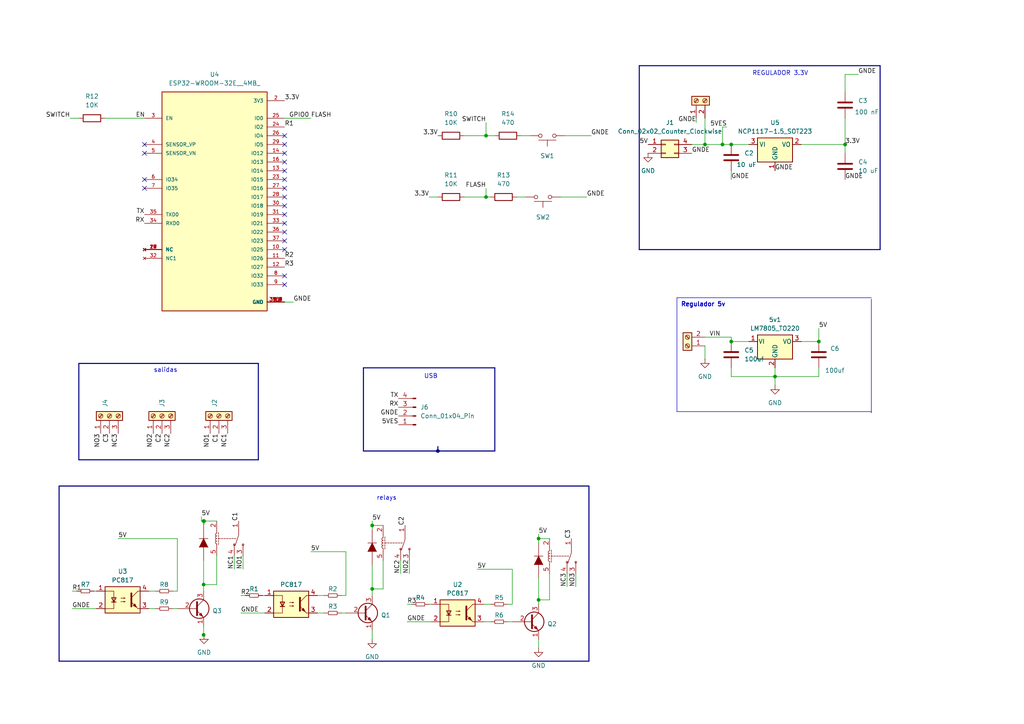
<source format=kicad_sch>
(kicad_sch (version 20231120) (generator "eeschema") (generator_version "8.0")
  (paper "A4")
  (lib_symbols
    (symbol "Connector:Conn_01x04_Pin" (pin_names (offset 1.016) hide)
      (property "Reference" "J" (at 0 5.08 0))
      (property "Value" "Conn_01x04_Pin" (at 0 -7.62 0))
      (symbol "Conn_01x04_Pin_1_1"
        (polyline (pts (xy 1.27 -5.08) (xy 0.8636 -5.08)) (stroke (width 0.1524)))
        (polyline (pts (xy 1.27 -2.54) (xy 0.8636 -2.54)) (stroke (width 0.1524)))
        (polyline (pts (xy 1.27 0) (xy 0.8636 0)) (stroke (width 0.1524)))
        (polyline (pts (xy 1.27 2.54) (xy 0.8636 2.54)) (stroke (width 0.1524)))
        (rectangle (start 0.8636 -4.953) (end 0 -5.207) (stroke (width 0.1524)) (fill (type outline)))
        (rectangle (start 0.8636 -2.413) (end 0 -2.667) (stroke (width 0.1524)) (fill (type outline)))
        (rectangle (start 0.8636 0.127) (end 0 -0.127) (stroke (width 0.1524)) (fill (type outline)))
        (rectangle (start 0.8636 2.667) (end 0 2.413) (stroke (width 0.1524)) (fill (type outline)))
        (pin passive line (at 5.08 2.54 180) (length 3.81) (name "Pin_1") (number "1"))
        (pin passive line (at 5.08 0 180) (length 3.81) (name "Pin_2") (number "2"))
        (pin passive line (at 5.08 -2.54 180) (length 3.81) (name "Pin_3") (number "3"))
        (pin passive line (at 5.08 -5.08 180) (length 3.81) (name "Pin_4") (number "4"))
      )
    )
    (symbol "Connector:Screw_Terminal_01x02" (pin_names (offset 1.016) hide)
      (property "Reference" "J" (at 0 2.54 0))
      (property "Value" "Screw_Terminal_01x02" (at 0 -5.08 0))
      (symbol "Screw_Terminal_01x02_1_1"
        (rectangle (start -1.27 1.27) (end 1.27 -3.81) (stroke (width 0.254)) (fill (type background)))
        (circle (center 0 -2.54) (radius 0.635) (stroke (width 0.1524)))
        (polyline (pts (xy -0.5334 -2.2098) (xy 0.3302 -3.048)) (stroke (width 0.1524)))
        (polyline (pts (xy -0.5334 0.3302) (xy 0.3302 -0.508)) (stroke (width 0.1524)))
        (polyline (pts (xy -0.3556 -2.032) (xy 0.508 -2.8702)) (stroke (width 0.1524)))
        (polyline (pts (xy -0.3556 0.508) (xy 0.508 -0.3302)) (stroke (width 0.1524)))
        (circle (center 0 0) (radius 0.635) (stroke (width 0.1524)))
        (pin passive line (at -5.08 0 0) (length 3.81) (name "Pin_1") (number "1"))
        (pin passive line (at -5.08 -2.54 0) (length 3.81) (name "Pin_2") (number "2"))
      )
    )
    (symbol "Connector:Screw_Terminal_01x03" (pin_names (offset 1.016) hide)
      (property "Reference" "J" (at 0 5.08 0))
      (property "Value" "Screw_Terminal_01x03" (at 0 -5.08 0))
      (symbol "Screw_Terminal_01x03_1_1"
        (rectangle (start -1.27 3.81) (end 1.27 -3.81) (stroke (width 0.254)) (fill (type background)))
        (circle (center 0 -2.54) (radius 0.635) (stroke (width 0.1524)))
        (polyline (pts (xy -0.5334 -2.2098) (xy 0.3302 -3.048)) (stroke (width 0.1524)))
        (polyline (pts (xy -0.5334 0.3302) (xy 0.3302 -0.508)) (stroke (width 0.1524)))
        (polyline (pts (xy -0.5334 2.8702) (xy 0.3302 2.032)) (stroke (width 0.1524)))
        (polyline (pts (xy -0.3556 -2.032) (xy 0.508 -2.8702)) (stroke (width 0.1524)))
        (polyline (pts (xy -0.3556 0.508) (xy 0.508 -0.3302)) (stroke (width 0.1524)))
        (polyline (pts (xy -0.3556 3.048) (xy 0.508 2.2098)) (stroke (width 0.1524)))
        (circle (center 0 0) (radius 0.635) (stroke (width 0.1524)))
        (circle (center 0 2.54) (radius 0.635) (stroke (width 0.1524)))
        (pin passive line (at -5.08 2.54 0) (length 3.81) (name "Pin_1") (number "1"))
        (pin passive line (at -5.08 0 0) (length 3.81) (name "Pin_2") (number "2"))
        (pin passive line (at -5.08 -2.54 0) (length 3.81) (name "Pin_3") (number "3"))
      )
    )
    (symbol "Connector_Generic:Conn_02x02_Counter_Clockwise" (pin_names (offset 1.016) hide)
      (property "Reference" "J" (at 1.27 2.54 0))
      (property "Value" "Conn_02x02_Counter_Clockwise" (at 1.27 -5.08 0))
      (symbol "Conn_02x02_Counter_Clockwise_1_1"
        (rectangle (start -1.27 -2.413) (end 0 -2.667) (stroke (width 0.1524)))
        (rectangle (start -1.27 0.127) (end 0 -0.127) (stroke (width 0.1524)))
        (rectangle (start -1.27 1.27) (end 3.81 -3.81) (stroke (width 0.254)) (fill (type background)))
        (rectangle (start 3.81 -2.413) (end 2.54 -2.667) (stroke (width 0.1524)))
        (rectangle (start 3.81 0.127) (end 2.54 -0.127) (stroke (width 0.1524)))
        (pin passive line (at -5.08 0 0) (length 3.81) (name "Pin_1") (number "1"))
        (pin passive line (at -5.08 -2.54 0) (length 3.81) (name "Pin_2") (number "2"))
        (pin passive line (at 7.62 -2.54 180) (length 3.81) (name "Pin_3") (number "3"))
        (pin passive line (at 7.62 0 180) (length 3.81) (name "Pin_4") (number "4"))
      )
    )
    (symbol "Device:C" (pin_numbers hide) (pin_names (offset 0.254))
      (property "Reference" "C" (at 0.635 2.54 0))
      (property "Value" "C" (at 0.635 -2.54 0))
      (symbol "C_0_1"
        (polyline (pts (xy -2.032 -0.762) (xy 2.032 -0.762)) (stroke (width 0.508)))
        (polyline (pts (xy -2.032 0.762) (xy 2.032 0.762)) (stroke (width 0.508)))
      )
      (symbol "C_1_1"
        (pin passive line (at 0 3.81 270) (length 2.794) (name "~") (number "1"))
        (pin passive line (at 0 -3.81 90) (length 2.794) (name "~") (number "2"))
      )
    )
    (symbol "Device:R" (pin_numbers hide) (pin_names (offset 0))
      (property "Reference" "R" (at 2.032 0 90))
      (property "Value" "R" (at 0 0 90))
      (symbol "R_0_1"
        (rectangle (start -1.016 -2.54) (end 1.016 2.54) (stroke (width 0.254)))
      )
      (symbol "R_1_1"
        (pin passive line (at 0 3.81 270) (length 1.27) (name "~") (number "1"))
        (pin passive line (at 0 -3.81 90) (length 1.27) (name "~") (number "2"))
      )
    )
    (symbol "EESTN5:DIODE" (pin_numbers hide) (pin_names (offset 1.016) hide)
      (property "Reference" "D" (at 0 2.54 0))
      (property "Value" "DIODE" (at 0 -2.54 0))
      (symbol "DIODE_0_1"
        (polyline (pts (xy 1.27 1.27) (xy 1.27 -1.27)) (stroke (width 0.1524)))
        (polyline (pts (xy -1.27 1.27) (xy 1.27 0) (xy -1.27 -1.27)) (fill (type outline)))
      )
      (symbol "DIODE_1_1"
        (pin passive line (at -5.08 0 0) (length 3.81) (name "A") (number "1"))
        (pin passive line (at 5.08 0 180) (length 3.81) (name "K") (number "2"))
      )
    )
    (symbol "EESTN5:R" (pin_numbers hide) (pin_names (offset 0))
      (property "Reference" "R" (at -1.27 0 90))
      (property "Value" "R" (at 1.27 0 90))
      (symbol "R_0_1"
        (rectangle (start 0.508 1.27) (end -0.508 -1.27))
      )
      (symbol "R_1_1"
        (pin passive line (at 0 2.54 270) (length 1.27) (name "~") (number "1"))
        (pin passive line (at 0 -2.54 90) (length 1.27) (name "~") (number "2"))
      )
    )
    (symbol "EESTN5:RELAY_C" (pin_names (offset 1.016))
      (property "Reference" "K" (at 0 6.35 0))
      (property "Value" "RELAY_C" (at 0 -5.969 0))
      (symbol "RELAY_C_0_1"
        (arc (start -0.762 3.81) (mid -1.143 4.1894) (end -1.524 3.81))
        (polyline (pts (xy -1.778 3.302) (xy -1.27 3.302) (xy -1.27 3.302)))
        (polyline (pts (xy -1.524 -2.54) (xy -2.54 -2.54) (xy -2.54 -2.54)))
        (polyline (pts (xy -1.524 3.81) (xy -2.54 3.81) (xy -2.54 3.81)))
        (polyline (pts (xy -1.016 3.302) (xy -0.508 3.302) (xy -0.508 3.302)))
        (polyline (pts (xy -0.254 3.302) (xy 0.254 3.302) (xy 0.254 3.302)))
        (polyline (pts (xy 0 -1.27) (xy 0 -1.778) (xy 0 -1.778)))
        (polyline (pts (xy 0 -0.508) (xy 0 -1.016) (xy 0 -1.016)))
        (polyline (pts (xy 0 0.254) (xy 0 -0.254) (xy 0 -0.254)))
        (polyline (pts (xy 0 1.016) (xy 0 0.508) (xy 0 0.508)))
        (polyline (pts (xy 0 1.778) (xy 0 1.27) (xy 0 1.27)))
        (polyline (pts (xy 0 2.54) (xy 0 2.032) (xy 0 2.032)))
        (polyline (pts (xy 0 3.302) (xy 0 2.794) (xy 0 2.794)))
        (polyline (pts (xy 0.508 3.302) (xy 1.016 3.302) (xy 1.016 3.302)))
        (polyline (pts (xy 1.27 3.302) (xy 1.778 3.302) (xy 1.778 3.302)))
        (polyline (pts (xy 1.524 3.81) (xy 2.54 3.81) (xy 2.54 3.81)))
        (polyline (pts (xy 2.54 -3.81) (xy 1.778 -3.81) (xy 1.778 -3.81)))
        (polyline (pts (xy 2.54 -1.27) (xy 1.778 -1.27) (xy 1.778 -1.27)))
        (polyline (pts (xy -1.524 -2.54) (xy -1.016 -2.54) (xy 2.032 -1.524) (xy 2.032 -1.524)))
        (arc (start 0 3.81) (mid -0.381 4.1894) (end -0.762 3.81))
        (arc (start 0.762 3.81) (mid 0.381 4.1894) (end 0 3.81))
        (arc (start 1.524 3.81) (mid 1.143 4.1894) (end 0.762 3.81))
        (circle (center 1.778 -3.81) (radius 0.254))
        (circle (center 1.778 -1.27) (radius 0.254))
      )
      (symbol "RELAY_C_1_1"
        (pin passive line (at -5.08 -2.54 0) (length 2.54) (name "~") (number "1"))
        (pin passive line (at -5.08 3.81 0) (length 2.54) (name "~") (number "2"))
        (pin passive line (at 5.08 -3.81 180) (length 2.54) (name "~") (number "3"))
        (pin passive line (at 5.08 -1.27 180) (length 2.54) (name "~") (number "4"))
        (pin passive line (at 5.08 3.81 180) (length 2.54) (name "~") (number "5"))
      )
    )
    (symbol "EESTN5:SW_Push" (pin_numbers hide) (pin_names (offset 1.016) hide)
      (property "Reference" "SW" (at 1.27 2.54 0))
      (symbol "SW_Push_0_1"
        (circle (center -2.032 0) (radius 0.508))
        (polyline (pts (xy 0 1.27) (xy 0 3.048)))
        (polyline (pts (xy 2.54 1.27) (xy -2.54 1.27)))
        (circle (center 2.032 0) (radius 0.508))
        (pin passive line (at -5.08 0 0) (length 2.54) (name "1") (number "1"))
        (pin passive line (at 5.08 0 180) (length 2.54) (name "2") (number "2"))
      )
    )
    (symbol "ESP32-WROOM-32E__4MB_:ESP32-WROOM-32E__4MB_" (pin_names (offset 1.016))
      (property "Reference" "U" (at -15.24 33.909 0))
      (property "Value" "ESP32-WROOM-32E__4MB_" (at -15.24 -33.02 0))
      (symbol "ESP32-WROOM-32E__4MB__0_0"
        (rectangle (start -15.24 -30.48) (end 15.24 33.02) (stroke (width 0.254)) (fill (type background)))
        (pin power_in line (at 20.32 -27.94 180) (length 5.08) (name "GND") (number "1"))
        (pin bidirectional line (at 20.32 -12.7 180) (length 5.08) (name "IO25") (number "10"))
        (pin bidirectional line (at 20.32 -15.24 180) (length 5.08) (name "IO26") (number "11"))
        (pin bidirectional line (at 20.32 -17.78 180) (length 5.08) (name "IO27") (number "12"))
        (pin bidirectional line (at 20.32 10.16 180) (length 5.08) (name "IO14") (number "13"))
        (pin bidirectional line (at 20.32 15.24 180) (length 5.08) (name "IO12") (number "14"))
        (pin power_in line (at 20.32 -27.94 180) (length 5.08) (name "GND") (number "15"))
        (pin bidirectional line (at 20.32 12.7 180) (length 5.08) (name "IO13") (number "16"))
        (pin no_connect line (at -20.32 -12.7 0) (length 5.08) (name "NC") (number "17"))
        (pin no_connect line (at -20.32 -12.7 0) (length 5.08) (name "NC") (number "18"))
        (pin no_connect line (at -20.32 -12.7 0) (length 5.08) (name "NC") (number "19"))
        (pin power_in line (at 20.32 30.48 180) (length 5.08) (name "3V3") (number "2"))
        (pin no_connect line (at -20.32 -12.7 0) (length 5.08) (name "NC") (number "20"))
        (pin no_connect line (at -20.32 -12.7 0) (length 5.08) (name "NC") (number "21"))
        (pin no_connect line (at -20.32 -12.7 0) (length 5.08) (name "NC") (number "22"))
        (pin bidirectional line (at 20.32 7.62 180) (length 5.08) (name "IO15") (number "23"))
        (pin bidirectional line (at 20.32 22.86 180) (length 5.08) (name "IO2") (number "24"))
        (pin bidirectional line (at 20.32 25.4 180) (length 5.08) (name "IO0") (number "25"))
        (pin bidirectional line (at 20.32 20.32 180) (length 5.08) (name "IO4") (number "26"))
        (pin bidirectional line (at 20.32 5.08 180) (length 5.08) (name "IO16") (number "27"))
        (pin bidirectional line (at 20.32 2.54 180) (length 5.08) (name "IO17") (number "28"))
        (pin bidirectional line (at 20.32 17.78 180) (length 5.08) (name "IO5") (number "29"))
        (pin input line (at -20.32 25.4 0) (length 5.08) (name "EN") (number "3"))
        (pin bidirectional line (at 20.32 0 180) (length 5.08) (name "IO18") (number "30"))
        (pin bidirectional line (at 20.32 -2.54 180) (length 5.08) (name "IO19") (number "31"))
        (pin no_connect line (at -20.32 -15.24 0) (length 5.08) (name "NC1") (number "32"))
        (pin bidirectional line (at 20.32 -5.08 180) (length 5.08) (name "IO21") (number "33"))
        (pin bidirectional line (at -20.32 -5.08 0) (length 5.08) (name "RXD0") (number "34"))
        (pin bidirectional line (at -20.32 -2.54 0) (length 5.08) (name "TXD0") (number "35"))
        (pin bidirectional line (at 20.32 -7.62 180) (length 5.08) (name "IO22") (number "36"))
        (pin bidirectional line (at 20.32 -10.16 180) (length 5.08) (name "IO23") (number "37"))
        (pin power_in line (at 20.32 -27.94 180) (length 5.08) (name "GND") (number "38"))
        (pin power_in line (at 20.32 -27.94 180) (length 5.08) (name "GND") (number "39_1"))
        (pin power_in line (at 20.32 -27.94 180) (length 5.08) (name "GND") (number "39_2"))
        (pin power_in line (at 20.32 -27.94 180) (length 5.08) (name "GND") (number "39_3"))
        (pin power_in line (at 20.32 -27.94 180) (length 5.08) (name "GND") (number "39_4"))
        (pin power_in line (at 20.32 -27.94 180) (length 5.08) (name "GND") (number "39_5"))
        (pin power_in line (at 20.32 -27.94 180) (length 5.08) (name "GND") (number "39_6"))
        (pin power_in line (at 20.32 -27.94 180) (length 5.08) (name "GND") (number "39_7"))
        (pin power_in line (at 20.32 -27.94 180) (length 5.08) (name "GND") (number "39_8"))
        (pin power_in line (at 20.32 -27.94 180) (length 5.08) (name "GND") (number "39_9"))
        (pin input line (at -20.32 17.78 0) (length 5.08) (name "SENSOR_VP") (number "4"))
        (pin input line (at -20.32 15.24 0) (length 5.08) (name "SENSOR_VN") (number "5"))
        (pin input line (at -20.32 7.62 0) (length 5.08) (name "IO34") (number "6"))
        (pin input line (at -20.32 5.08 0) (length 5.08) (name "IO35") (number "7"))
        (pin bidirectional line (at 20.32 -20.32 180) (length 5.08) (name "IO32") (number "8"))
        (pin bidirectional line (at 20.32 -22.86 180) (length 5.08) (name "IO33") (number "9"))
      )
    )
    (symbol "Isolator:PC817" (pin_names (offset 1.016))
      (property "Reference" "U" (at -5.08 5.08 0))
      (property "Value" "PC817" (at 0 5.08 0))
      (symbol "PC817_0_1"
        (rectangle (start -5.08 3.81) (end 5.08 -3.81) (stroke (width 0.254)) (fill (type background)))
        (polyline (pts (xy -3.175 -0.635) (xy -1.905 -0.635)) (stroke (width 0.254)))
        (polyline (pts (xy 2.54 0.635) (xy 4.445 2.54)))
        (polyline (pts (xy 4.445 -2.54) (xy 2.54 -0.635)) (fill (type outline)))
        (polyline (pts (xy 4.445 -2.54) (xy 5.08 -2.54)))
        (polyline (pts (xy 4.445 2.54) (xy 5.08 2.54)))
        (polyline (pts (xy -5.08 2.54) (xy -2.54 2.54) (xy -2.54 -0.635)))
        (polyline (pts (xy -2.54 -0.635) (xy -2.54 -2.54) (xy -5.08 -2.54)))
        (polyline (pts (xy 2.54 1.905) (xy 2.54 -1.905) (xy 2.54 -1.905)) (stroke (width 0.508)))
        (polyline (pts (xy -2.54 -0.635) (xy -3.175 0.635) (xy -1.905 0.635) (xy -2.54 -0.635)) (stroke (width 0.254)))
        (polyline (pts (xy -0.508 -0.508) (xy 0.762 -0.508) (xy 0.381 -0.635) (xy 0.381 -0.381) (xy 0.762 -0.508)))
        (polyline (pts (xy -0.508 0.508) (xy 0.762 0.508) (xy 0.381 0.381) (xy 0.381 0.635) (xy 0.762 0.508)))
        (polyline (pts (xy 3.048 -1.651) (xy 3.556 -1.143) (xy 4.064 -2.159) (xy 3.048 -1.651) (xy 3.048 -1.651)) (fill (type outline)))
      )
      (symbol "PC817_1_1"
        (pin passive line (at -7.62 2.54 0) (length 2.54) (name "~") (number "1"))
        (pin passive line (at -7.62 -2.54 0) (length 2.54) (name "~") (number "2"))
        (pin passive line (at 7.62 -2.54 180) (length 2.54) (name "~") (number "3"))
        (pin passive line (at 7.62 2.54 180) (length 2.54) (name "~") (number "4"))
      )
    )
    (symbol "Regulator_Linear:LM7805_TO220" (pin_names (offset 0.254))
      (property "Reference" "U" (at -3.81 3.175 0))
      (property "Value" "LM7805_TO220" (at 0 3.175 0))
      (symbol "LM7805_TO220_0_1"
        (rectangle (start -5.08 1.905) (end 5.08 -5.08) (stroke (width 0.254)) (fill (type background)))
      )
      (symbol "LM7805_TO220_1_1"
        (pin power_in line (at -7.62 0 0) (length 2.54) (name "VI") (number "1"))
        (pin power_in line (at 0 -7.62 90) (length 2.54) (name "GND") (number "2"))
        (pin power_out line (at 7.62 0 180) (length 2.54) (name "VO") (number "3"))
      )
    )
    (symbol "Regulator_Linear:NCP1117-1.5_SOT223"
      (property "Reference" "U" (at -3.81 3.175 0))
      (property "Value" "NCP1117-1.5_SOT223" (at 0 3.175 0))
      (symbol "NCP1117-1.5_SOT223_0_1"
        (rectangle (start -5.08 -5.08) (end 5.08 1.905) (stroke (width 0.254)) (fill (type background)))
      )
      (symbol "NCP1117-1.5_SOT223_1_1"
        (pin power_in line (at 0 -7.62 90) (length 2.54) (name "GND") (number "1"))
        (pin power_out line (at 7.62 0 180) (length 2.54) (name "VO") (number "2"))
        (pin power_in line (at -7.62 0 0) (length 2.54) (name "VI") (number "3"))
      )
    )
    (symbol "Transistor_BJT:2N3904" (pin_names (offset 0) hide)
      (property "Reference" "Q" (at 5.08 1.905 0))
      (property "Value" "2N3904" (at 5.08 0 0))
      (symbol "2N3904_0_1"
        (polyline (pts (xy 0.635 0.635) (xy 2.54 2.54)))
        (polyline (pts (xy 0.635 -0.635) (xy 2.54 -2.54) (xy 2.54 -2.54)))
        (polyline (pts (xy 0.635 1.905) (xy 0.635 -1.905) (xy 0.635 -1.905)) (stroke (width 0.508)))
        (polyline (pts (xy 1.27 -1.778) (xy 1.778 -1.27) (xy 2.286 -2.286) (xy 1.27 -1.778) (xy 1.27 -1.778)) (fill (type outline)))
        (circle (center 1.27 0) (radius 2.8194) (stroke (width 0.254)))
      )
      (symbol "2N3904_1_1"
        (pin passive line (at 2.54 -5.08 90) (length 2.54) (name "E") (number "1"))
        (pin passive line (at -5.08 0 0) (length 5.715) (name "B") (number "2"))
        (pin passive line (at 2.54 5.08 270) (length 2.54) (name "C") (number "3"))
      )
    )
    (symbol "power:GND" (power) (pin_numbers hide) (pin_names (offset 0) hide)
      (property "Value" "GND" (at 0 -3.81 0))
      (symbol "GND_0_1"
        (polyline (pts (xy 0 0) (xy 0 -1.27) (xy 1.27 -1.27) (xy 0 -2.54) (xy -1.27 -1.27) (xy 0 -1.27)))
      )
      (symbol "GND_1_1"
        (pin power_in line (at 0 0 270) (length 0) (name "~") (number "1"))
      )
    )
  )
  (junction (at 140.97 39.37))
  (junction (at 156.21 173.99))
  (junction (at 59.055 169.545))
  (junction (at 127 130.81))
  (junction (at 209.55 41.91))
  (junction (at 107.95 170.815))
  (junction (at 107.95 152.4))
  (junction (at 59.182 151.13))
  (junction (at 204.47 41.91))
  (junction (at 224.79 109.22))
  (junction (at 156.21 156.21))
  (junction (at 140.97 57.15))
  (junction (at 237.49 99.06))
  (junction (at 59.055 184.15))
  (junction (at 212.09 41.91))
  (junction (at 59.055 151.13))
  (junction (at 212.09 99.06))
  (junction (at 245.11 41.91))
  (no_connect (at 41.91 44.45))
  (no_connect (at 82.55 72.39))
  (no_connect (at 82.55 57.15))
  (no_connect (at 82.55 44.45))
  (no_connect (at 82.55 82.55))
  (no_connect (at 82.55 49.53))
  (no_connect (at 82.55 69.85))
  (no_connect (at 82.55 62.23))
  (no_connect (at 82.55 64.77))
  (no_connect (at 41.91 54.61))
  (no_connect (at 82.55 59.69))
  (no_connect (at 82.55 46.99))
  (no_connect (at 82.55 67.31))
  (no_connect (at 82.55 39.37))
  (no_connect (at 41.91 52.07))
  (no_connect (at 82.55 54.61))
  (no_connect (at 82.55 52.07))
  (no_connect (at 82.55 41.91))
  (no_connect (at 41.91 41.91))
  (no_connect (at 82.55 80.01))
  (wire (pts (xy 43.18 171.45) (xy 45.085 171.45)))
  (wire (pts (xy 70.485 165.1) (xy 70.485 161.29)))
  (wire (pts (xy 92.075 172.72) (xy 93.98 172.72)))
  (wire (pts (xy 107.95 170.815) (xy 107.95 172.72)))
  (bus (pts (xy 143.51 106.68) (xy 105.41 106.68)))
  (bus (pts (xy 185.42 19.05) (xy 185.42 72.39)))
  (wire (pts (xy 69.85 177.8) (xy 76.835 177.8)))
  (wire (pts (xy 99.06 177.8) (xy 100.33 177.8)))
  (wire (pts (xy 124.46 175.26) (xy 125.095 175.26)))
  (wire (pts (xy 59.055 162.56) (xy 59.055 169.545)))
  (wire (pts (xy 107.95 153.67) (xy 107.95 152.4)))
  (wire (pts (xy 147.32 175.26) (xy 148.59 175.26)))
  (wire (pts (xy 59.055 184.15) (xy 58.928 184.15)))
  (wire (pts (xy 163.83 39.37) (xy 171.45 39.37)))
  (wire (pts (xy 156.21 156.21) (xy 159.385 156.21)))
  (wire (pts (xy 224.79 109.22) (xy 237.49 109.22)))
  (wire (pts (xy 118.11 180.34) (xy 125.095 180.34)))
  (wire (pts (xy 59.182 151.13) (xy 59.182 152.146)))
  (wire (pts (xy 210.82 36.83) (xy 209.55 36.83)))
  (bus (pts (xy 74.93 105.41) (xy 22.86 105.41)))
  (bus (pts (xy 255.27 19.05) (xy 185.42 19.05)))
  (wire (pts (xy 107.95 152.4) (xy 111.125 152.4)))
  (bus (pts (xy 255.27 72.39) (xy 255.27 19.05)))
  (wire (pts (xy 107.95 182.88) (xy 107.95 185.42)))
  (wire (pts (xy 34.29 156.21) (xy 51.435 156.21)))
  (wire (pts (xy 118.745 166.37) (xy 118.745 162.56)))
  (wire (pts (xy 156.21 173.99) (xy 156.21 175.26)))
  (wire (pts (xy 85.09 87.63) (xy 82.55 87.63)))
  (wire (pts (xy 140.335 180.34) (xy 142.24 180.34)))
  (wire (pts (xy 212.09 97.79) (xy 212.09 99.06)))
  (wire (pts (xy 59.055 169.545) (xy 62.865 169.545)))
  (bus (pts (xy 185.42 72.39) (xy 255.27 72.39)))
  (wire (pts (xy 212.09 41.91) (xy 217.17 41.91)))
  (bus (pts (xy 170.815 140.97) (xy 170.815 191.77)))
  (wire (pts (xy 224.79 109.22) (xy 224.79 106.68)))
  (wire (pts (xy 82.55 34.29) (xy 90.17 34.29)))
  (wire (pts (xy 59.055 181.61) (xy 59.055 184.15)))
  (wire (pts (xy 148.59 165.1) (xy 148.59 175.26)))
  (wire (pts (xy 245.11 26.67) (xy 245.11 21.59)))
  (wire (pts (xy 156.21 185.42) (xy 156.21 187.96)))
  (wire (pts (xy 59.055 152.4) (xy 59.055 151.13)))
  (wire (pts (xy 59.055 169.545) (xy 59.055 171.45)))
  (bus (pts (xy 17.145 191.77) (xy 17.145 140.97)))
  (bus (pts (xy 105.41 106.68) (xy 105.41 130.81)))
  (wire (pts (xy 20.955 176.53) (xy 27.94 176.53)))
  (wire (pts (xy 159.385 173.99) (xy 159.385 166.37)))
  (wire (pts (xy 209.55 41.91) (xy 212.09 41.91)))
  (wire (pts (xy 245.11 21.59) (xy 248.92 21.59)))
  (wire (pts (xy 156.21 167.64) (xy 156.21 173.99)))
  (wire (pts (xy 58.42 149.86) (xy 58.42 151.13)))
  (wire (pts (xy 118.11 175.26) (xy 119.38 175.26)))
  (wire (pts (xy 90.17 160.02) (xy 100.33 160.02)))
  (bus (pts (xy 143.51 130.81) (xy 143.51 106.68)))
  (wire (pts (xy 59.182 151.13) (xy 62.865 151.13)))
  (wire (pts (xy 58.928 184.15) (xy 58.928 183.896)))
  (wire (pts (xy 204.47 97.79) (xy 212.09 97.79)))
  (wire (pts (xy 138.43 165.1) (xy 148.59 165.1)))
  (wire (pts (xy 50.165 176.53) (xy 51.435 176.53)))
  (wire (pts (xy 147.32 180.34) (xy 148.59 180.34)))
  (wire (pts (xy 164.465 170.18) (xy 164.465 166.37)))
  (wire (pts (xy 237.49 95.25) (xy 237.49 99.06)))
  (wire (pts (xy 237.49 106.68) (xy 237.49 109.22)))
  (wire (pts (xy 107.95 170.815) (xy 111.125 170.815)))
  (wire (pts (xy 156.21 157.48) (xy 156.21 156.21)))
  (wire (pts (xy 201.93 35.56) (xy 201.93 34.29)))
  (bus (pts (xy 170.815 191.77) (xy 17.145 191.77)))
  (wire (pts (xy 99.06 172.72) (xy 100.33 172.72)))
  (wire (pts (xy 212.09 99.06) (xy 217.17 99.06)))
  (bus (pts (xy 105.41 130.81) (xy 127 130.81)))
  (wire (pts (xy 204.47 104.14) (xy 204.47 100.33)))
  (wire (pts (xy 224.79 109.22) (xy 224.79 111.76)))
  (wire (pts (xy 124.46 57.15) (xy 127 57.15)))
  (bus (pts (xy 127 130.81) (xy 143.51 130.81)))
  (wire (pts (xy 59.055 151.13) (xy 59.182 151.13)))
  (bus (pts (xy 127 130.81) (xy 127 129.54)))
  (wire (pts (xy 151.13 39.37) (xy 153.67 39.37)))
  (bus (pts (xy 17.145 140.97) (xy 170.815 140.97)))
  (wire (pts (xy 167.005 170.18) (xy 167.005 166.37)))
  (wire (pts (xy 232.41 99.06) (xy 237.49 99.06)))
  (wire (pts (xy 140.97 54.61) (xy 140.97 57.15)))
  (wire (pts (xy 76.2 172.72) (xy 76.835 172.72)))
  (wire (pts (xy 58.928 183.896) (xy 59.182 183.896)))
  (bus (pts (xy 74.93 133.35) (xy 74.93 105.41)))
  (wire (pts (xy 204.47 41.91) (xy 209.55 41.91)))
  (wire (pts (xy 212.09 109.22) (xy 224.79 109.22)))
  (wire (pts (xy 100.33 160.02) (xy 100.33 172.72)))
  (wire (pts (xy 111.125 170.815) (xy 111.125 162.56)))
  (wire (pts (xy 67.945 165.1) (xy 67.945 161.29)))
  (wire (pts (xy 212.09 52.07) (xy 212.09 49.53)))
  (wire (pts (xy 107.95 163.83) (xy 107.95 170.815)))
  (wire (pts (xy 59.182 184.15) (xy 59.055 184.15)))
  (wire (pts (xy 232.41 41.91) (xy 245.11 41.91)))
  (wire (pts (xy 20.32 34.29) (xy 22.86 34.29)))
  (wire (pts (xy 62.865 169.545) (xy 62.865 161.29)))
  (bus (pts (xy 22.86 133.35) (xy 74.93 133.35)))
  (polyline (pts (xy 196.342 86.36) (xy 252.73 86.36)))
  (wire (pts (xy 107.95 151.13) (xy 107.95 152.4)))
  (wire (pts (xy 156.21 173.99) (xy 159.385 173.99)))
  (wire (pts (xy 245.11 41.91) (xy 245.11 44.45)))
  (wire (pts (xy 116.205 166.37) (xy 116.205 162.56)))
  (wire (pts (xy 140.97 39.37) (xy 143.51 39.37)))
  (wire (pts (xy 245.11 41.91) (xy 245.11 34.29)))
  (wire (pts (xy 162.56 57.15) (xy 170.18 57.15)))
  (wire (pts (xy 92.075 177.8) (xy 93.98 177.8)))
  (wire (pts (xy 204.47 34.29) (xy 204.47 41.91)))
  (wire (pts (xy 200.66 41.91) (xy 204.47 41.91)))
  (wire (pts (xy 58.42 151.13) (xy 59.055 151.13)))
  (wire (pts (xy 69.85 172.72) (xy 71.12 172.72)))
  (wire (pts (xy 134.62 39.37) (xy 140.97 39.37)))
  (wire (pts (xy 51.435 156.21) (xy 51.435 171.45)))
  (wire (pts (xy 43.18 176.53) (xy 45.085 176.53)))
  (wire (pts (xy 140.97 35.56) (xy 140.97 39.37)))
  (wire (pts (xy 30.48 34.29) (xy 41.91 34.29)))
  (wire (pts (xy 20.955 171.45) (xy 22.225 171.45)))
  (wire (pts (xy 134.62 57.15) (xy 140.97 57.15)))
  (polyline (pts (xy 252.73 119.38) (xy 196.342 119.38)))
  (wire (pts (xy 149.86 57.15) (xy 152.4 57.15)))
  (wire (pts (xy 27.305 171.45) (xy 27.94 171.45)))
  (polyline (pts (xy 196.342 86.36) (xy 196.342 119.38)))
  (wire (pts (xy 156.21 154.94) (xy 156.21 156.21)))
  (wire (pts (xy 212.09 106.68) (xy 212.09 109.22)))
  (polyline (pts (xy 252.73 86.741) (xy 252.73 119.761)))
  (wire (pts (xy 140.97 57.15) (xy 142.24 57.15)))
  (wire (pts (xy 209.55 36.83) (xy 209.55 41.91)))
  (bus (pts (xy 22.86 105.41) (xy 22.86 133.35)))
  (wire (pts (xy 140.335 175.26) (xy 142.24 175.26)))
  (wire (pts (xy 50.165 171.45) (xy 51.435 171.45)))
  (text "salidas \n" (at 48.514 107.442 0) (effects (font (size 1.27 1.27))))
  (text "USB\n" (at 124.968 109.22 0) (effects (font (size 1.27 1.27))))
  (text "Regulador 5v\n" (at 203.962 88.392 0) (effects (font (size 1.27 1.27) (thickness 0.254) (bold yes))))
  (text "REGULADOR 3.3V\n" (at 226.314 21.336 0) (effects (font (size 1.27 1.27))))
  (text "relays\n" (at 112.141 144.526 0) (effects (font (size 1.27 1.27))))
  (label "GNDE" (at 171.45 39.37 0))
  (label "NO3" (at 29.21 125.73 270))
  (label "GNDE" (at 201.93 35.56 180))
  (label "EN" (at 39.37 34.29 0))
  (label "C1" (at 69.215 151.13 90))
  (label "C2" (at 46.99 125.73 270))
  (label "FLASH" (at 90.17 34.29 0))
  (label "NO1" (at 70.485 165.1 90))
  (label "SWITCH" (at 140.97 35.56 180))
  (label "5V" (at 156.21 154.94 0))
  (label "5V" (at 58.42 149.86 0))
  (label "R1" (at 20.955 171.45 0))
  (label "GNDE" (at 200.66 44.45 0))
  (label "R1" (at 82.55 36.83 0))
  (label "C2" (at 117.475 152.4 90))
  (label "NC3" (at 34.29 125.73 270))
  (label "5V" (at 187.96 41.91 180))
  (label "SWITCH" (at 20.32 34.29 180))
  (label "R3" (at 82.55 77.47 0))
  (label "R3" (at 118.11 175.26 0))
  (label "GNDE" (at 69.85 177.8 0))
  (label "3.3V" (at 245.11 41.91 0))
  (label "C3" (at 31.75 125.73 270))
  (label "R2" (at 82.55 74.93 0))
  (label "3.3V" (at 124.46 57.15 180))
  (label "NC3" (at 164.465 170.18 90))
  (label "NO2" (at 44.45 125.73 270))
  (label "GNDE" (at 115.57 120.65 180))
  (label "NO3" (at 167.005 170.18 90))
  (label "5VES" (at 115.57 123.19 180))
  (label "FLASH" (at 140.97 54.61 180))
  (label "GNDE" (at 20.955 176.53 0))
  (label "RX" (at 115.57 118.11 180))
  (label "TX" (at 41.91 62.23 180))
  (label "R2" (at 69.85 172.72 0))
  (label "GNDE" (at 118.11 180.34 0))
  (label "C1" (at 63.5 125.73 270))
  (label "VIN" (at 205.74 97.79 0))
  (label "5VES" (at 210.82 36.83 180))
  (label "GNDE" (at 170.18 57.15 0))
  (label "GNDE" (at 212.09 52.07 0))
  (label "NO1" (at 60.96 125.73 270))
  (label "GNDE" (at 85.09 87.63 0))
  (label "3.3V" (at 82.55 29.21 0))
  (label "GNDE" (at 245.11 52.07 0))
  (label "NC1" (at 67.945 165.1 90))
  (label "NC2" (at 49.53 125.73 270))
  (label "GPIO0" (at 83.82 34.29 0))
  (label "5V" (at 107.95 151.13 0))
  (label "NO2" (at 118.745 166.37 90))
  (label "3.3V" (at 127 39.37 180))
  (label "NC2" (at 116.205 166.37 90))
  (label "5V" (at 138.43 165.1 0))
  (label "NC1" (at 66.04 125.73 270))
  (label "C3" (at 165.735 156.21 90))
  (label "GNDE" (at 224.79 49.53 0))
  (label "5V" (at 90.17 160.02 0))
  (label "5V" (at 237.49 95.25 0))
  (label "5V" (at 34.29 156.21 0))
  (label "GNDE" (at 248.92 21.59 0))
  (label "RX" (at 41.91 64.77 180))
  (label "TX" (at 115.57 115.57 180))
  (symbol (lib_id "EESTN5:R") (at 144.78 180.34 90) (unit 1)
    (property "Reference" "R6" (at 144.78 178.435 90))
    (property "Value" "R" (effects (hide yes)))
    (property "Footprint" "EESTN5:R_0805" (effects (hide yes)))
  )
  (symbol (lib_id "EESTN5:DIODE") (at 59.055 157.48 90) (unit 1)
    (property "Reference" "D3" (effects (hide yes)))
    (property "Value" "DIODE" (effects (hide yes)))
    (property "Footprint" "Diode_SMD:D_SMA" (effects (hide yes)))
  )
  (symbol (lib_id "ESP32-WROOM-32E__4MB_:ESP32-WROOM-32E__4MB_") (at 62.23 59.69 0) (unit 1)
    (property "Reference" "U4" (at 62.23 21.59 0))
    (property "Value" "ESP32-WROOM-32E__4MB_" (at 62.23 24.13 0))
    (property "Footprint" "RF_Module:ESP32-WROOM-32E" (effects (hide yes)))
    (property "Description" "Espressif Systems" (effects (hide yes)))
    (property "MAXIMUM_PACKAGE_HEIGHT" "3.25mm" (effects (hide yes)))
    (property "Package" "SMD-44 Espressif Systems" (effects (hide yes)))
    (property "Price" "None" (effects (hide yes)))
    (property "Check_prices" "https://www.snapeda.com/parts/ESP32-WROOM-32E%20(4MB)/Espressif+Systems/view-part/?ref=eda" (effects (hide yes)))
    (property "STANDARD" "Manufacturer Recommendations" (effects (hide yes)))
    (property "PARTREV" "1.4" (effects (hide yes)))
    (property "SnapEDA_Link" "https://www.snapeda.com/parts/ESP32-WROOM-32E%20(4MB)/Espressif+Systems/view-part/?ref=snap" (effects (hide yes)))
    (property "MP" "ESP32-WROOM-32E (4MB)" (effects (hide yes)))
    (property "Description_1" "\\nBluetooth, WiFi 802.11b/g/n, Bluetooth v4.2 +EDR, Class 1, 2 and 3 Transceiver Module 2.4GHz ~{} 2.5GHz Integrated, Trace Surface Mount\\n" (effects (hide yes)))
    (property "Availability" "In Stock" (effects (hide yes)))
    (property "MANUFACTURER" "Espressif Systems" (effects (hide yes)))
  )
  (symbol (lib_id "Connector:Screw_Terminal_01x03") (at 31.75 120.65 90) (unit 1)
    (property "Reference" "J4" (at 30.4799 118.11 0) (effects (justify left)))
    (property "Value" "Screw_Terminal_01x03" (effects (hide yes)))
    (property "Footprint" "TerminalBlock:TerminalBlock_bornier-3_P5.08mm" (effects (hide yes)))
    (property "Description" "Generic screw terminal, single row, 01x03, script generated (kicad-library-utils/schlib/autogen/connector/)" (effects (hide yes)))
  )
  (symbol (lib_id "EESTN5:SW_Push") (at 158.75 39.37 180) (unit 1)
    (property "Reference" "SW1" (at 158.75 45.212 0))
    (property "Value" "SW_Push" (effects (hide yes)))
    (property "Footprint" "Button_Switch_SMD:SW_SPST_B3U-1000P-B" (effects (hide yes)))
    (property "Description" "Push button switch, generic, two pins" (effects (hide yes)))
  )
  (symbol (lib_id "Device:R") (at 130.81 57.15 90) (unit 1)
    (property "Reference" "R11" (at 130.81 50.8 90))
    (property "Value" "10K" (at 130.81 53.34 90))
    (property "Footprint" "Resistor_SMD:R_0805_2012Metric_Pad1.20x1.40mm_HandSolder" (effects (hide yes)))
    (property "Description" "Resistor" (effects (hide yes)))
  )
  (symbol (lib_id "Device:C") (at 245.11 30.48 0) (unit 1)
    (property "Reference" "C3" (at 248.92 29.2099 0) (effects (justify left)))
    (property "Value" "100 nF" (at 247.904 32.512 0) (effects (justify left)))
    (property "Footprint" "Capacitor_SMD:C_0805_2012Metric_Pad1.18x1.45mm_HandSolder" (effects (hide yes)))
    (property "Description" "Unpolarized capacitor" (effects (hide yes)))
  )
  (symbol (lib_id "EESTN5:DIODE") (at 107.95 158.75 90) (unit 1)
    (property "Reference" "D1" (effects (hide yes)))
    (property "Value" "DIODE" (effects (hide yes)))
    (property "Footprint" "Diode_SMD:D_SMA" (effects (hide yes)))
  )
  (symbol (lib_id "Transistor_BJT:2N3904") (at 105.41 177.8 0) (unit 1)
    (property "Reference" "Q1" (at 110.49 178.435 0) (effects (justify left)))
    (property "Value" "2N3904" (effects (hide yes)))
    (property "Footprint" "MMBT3904-Diotec-Semiconductor-Symbol-Kicad-1:P200_SOT-23" (effects (hide yes)))
    (property "Datasheet" "https://www.onsemi.com/pub/Collateral/2N3903-D.PDF" (effects (hide yes)))
  )
  (symbol (lib_id "EESTN5:R") (at 47.625 171.45 90) (unit 1)
    (property "Reference" "R8" (at 47.625 169.545 90))
    (property "Value" "R" (effects (hide yes)))
    (property "Footprint" "EESTN5:R_0805" (effects (hide yes)))
  )
  (symbol (lib_id "power:GND") (at 204.47 104.14 0) (unit 1)
    (property "Reference" "#PWR018" (effects (hide yes)))
    (property "Value" "GND" (at 204.47 109.22 0))
    (property "Description" "Power symbol creates a global label with name \"GND\" , ground" (effects (hide yes)))
  )
  (symbol (lib_id "EESTN5:R") (at 121.92 175.26 90) (unit 1)
    (property "Reference" "R4" (at 121.92 173.355 90))
    (property "Value" "R" (effects (hide yes)))
    (property "Footprint" "EESTN5:R_0805" (effects (hide yes)))
  )
  (symbol (lib_id "Connector:Conn_01x04_Pin") (at 120.65 120.65 180) (unit 1)
    (property "Reference" "J6" (at 121.92 118.1099 0) (effects (justify right)))
    (property "Value" "Conn_01x04_Pin" (at 121.92 120.6499 0) (effects (justify right)))
    (property "Footprint" "Connector_PinSocket_2.54mm:PinSocket_1x04_P2.54mm_Vertical" (effects (hide yes)))
    (property "Description" "Generic connector, single row, 01x04, script generated" (effects (hide yes)))
  )
  (symbol (lib_id "Device:R") (at 147.32 39.37 90) (unit 1)
    (property "Reference" "R14" (at 147.32 33.02 90))
    (property "Value" "470" (at 147.32 35.56 90))
    (property "Footprint" "Resistor_SMD:R_0805_2012Metric_Pad1.20x1.40mm_HandSolder" (effects (hide yes)))
    (property "Description" "Resistor" (effects (hide yes)))
  )
  (symbol (lib_id "Regulator_Linear:NCP1117-1.5_SOT223") (at 224.79 41.91 0) (unit 1)
    (property "Reference" "U5" (at 224.79 35.56 0))
    (property "Value" "NCP1117-1.5_SOT223" (at 224.79 38.1 0))
    (property "Footprint" "Package_TO_SOT_SMD:SOT-223-3_TabPin2" (effects (hide yes)))
    (property "Datasheet" "http://www.onsemi.com/pub_link/Collateral/NCP1117-D.PDF" (effects (hide yes)))
    (property "Description" "1A Low drop-out regulator, Fixed Output 1.5V, SOT-223" (effects (hide yes)))
  )
  (symbol (lib_id "EESTN5:RELAY_C") (at 163.195 161.29 90) (mirror x) (unit 1)
    (property "Reference" "K2" (effects (hide yes)))
    (property "Value" "RELAY_C" (effects (hide yes)))
    (property "Footprint" "EESTN5:Relay_C" (effects (hide yes)))
  )
  (symbol (lib_id "power:GND") (at 187.96 44.45 0) (unit 1)
    (property "Reference" "#PWR01" (effects (hide yes)))
    (property "Value" "GND" (at 187.96 49.53 0))
    (property "Description" "Power symbol creates a global label with name \"GND\" , ground" (effects (hide yes)))
  )
  (symbol (lib_id "power:GND") (at 59.182 184.15 0) (unit 1)
    (property "Reference" "#PWR03" (effects (hide yes)))
    (property "Value" "GND" (at 59.182 189.23 0))
    (property "Description" "Power symbol creates a global label with name \"GND\" , ground" (effects (hide yes)))
  )
  (symbol (lib_id "power:GND") (at 224.79 111.76 0) (unit 1)
    (property "Reference" "#PWR019" (effects (hide yes)))
    (property "Value" "GND" (at 224.79 116.84 0))
    (property "Description" "Power symbol creates a global label with name \"GND\" , ground" (effects (hide yes)))
  )
  (symbol (lib_id "Regulator_Linear:LM7805_TO220") (at 224.79 99.06 0) (unit 1)
    (property "Reference" "5v1" (at 224.79 92.71 0))
    (property "Value" "LM7805_TO220" (at 224.79 95.25 0))
    (property "Footprint" "EESTN5:TO-220-2" (effects (hide yes)))
    (property "Datasheet" "https://www.onsemi.cn/PowerSolutions/document/MC7800-D.PDF" (effects (hide yes)))
    (property "Description" "Positive 1A 35V Linear Regulator, Fixed Output 5V, TO-220" (effects (hide yes)))
  )
  (symbol (lib_id "Transistor_BJT:2N3904") (at 56.515 176.53 0) (unit 1)
    (property "Reference" "Q3" (at 61.595 177.165 0) (effects (justify left)))
    (property "Value" "2N3904" (effects (hide yes)))
    (property "Footprint" "MMBT3904-Diotec-Semiconductor-Symbol-Kicad-1:P200_SOT-23" (effects (hide yes)))
    (property "Datasheet" "https://www.onsemi.com/pub/Collateral/2N3903-D.PDF" (effects (hide yes)))
  )
  (symbol (lib_id "Device:R") (at 130.81 39.37 90) (unit 1)
    (property "Reference" "R10" (at 130.81 33.02 90))
    (property "Value" "10K" (at 130.81 35.56 90))
    (property "Footprint" "Resistor_SMD:R_0805_2012Metric_Pad1.20x1.40mm_HandSolder" (effects (hide yes)))
    (property "Description" "Resistor" (effects (hide yes)))
  )
  (symbol (lib_id "Connector:Screw_Terminal_01x02") (at 201.93 29.21 90) (unit 1)
    (property "Reference" "bornera2" (effects (hide yes)))
    (property "Value" "bornera" (effects (hide yes)))
    (property "Footprint" "TerminalBlock:TerminalBlock_bornier-2_P5.08mm" (effects (hide yes)))
    (property "Description" "Generic screw terminal, single row, 01x02, script generated (kicad-library-utils/schlib/autogen/connector/)" (effects (hide yes)))
  )
  (symbol (lib_id "EESTN5:R") (at 24.765 171.45 90) (unit 1)
    (property "Reference" "R7" (at 24.765 169.545 90))
    (property "Value" "1k" (effects (hide yes)))
    (property "Footprint" "EESTN5:R_0805" (effects (hide yes)))
  )
  (symbol (lib_id "EESTN5:RELAY_C") (at 66.675 156.21 90) (mirror x) (unit 1)
    (property "Reference" "K3" (effects (hide yes)))
    (property "Value" "RELAY_C" (effects (hide yes)))
    (property "Footprint" "EESTN5:Relay_C" (effects (hide yes)))
  )
  (symbol (lib_id "EESTN5:R") (at 96.52 177.8 90) (unit 1)
    (property "Reference" "R3" (at 96.52 175.895 90))
    (property "Value" "R" (effects (hide yes)))
    (property "Footprint" "EESTN5:R_0805" (effects (hide yes)))
  )
  (symbol (lib_id "EESTN5:R") (at 144.78 175.26 90) (unit 1)
    (property "Reference" "R5" (at 144.78 173.355 90))
    (property "Value" "R" (effects (hide yes)))
    (property "Footprint" "EESTN5:R_0805" (effects (hide yes)))
  )
  (symbol (lib_id "Connector:Screw_Terminal_01x03") (at 63.5 120.65 90) (unit 1)
    (property "Reference" "J2" (at 62.2299 118.11 0) (effects (justify left)))
    (property "Value" "Screw_Terminal_01x03" (effects (hide yes)))
    (property "Footprint" "TerminalBlock:TerminalBlock_bornier-3_P5.08mm" (effects (hide yes)))
    (property "Description" "Generic screw terminal, single row, 01x03, script generated (kicad-library-utils/schlib/autogen/connector/)" (effects (hide yes)))
  )
  (symbol (lib_id "EESTN5:R") (at 73.66 172.72 90) (unit 1)
    (property "Reference" "R1" (at 73.66 170.815 90))
    (property "Value" "R" (effects (hide yes)))
    (property "Footprint" "EESTN5:R_0805" (effects (hide yes)))
  )
  (symbol (lib_id "power:GND") (at 107.95 185.42 0) (unit 1)
    (property "Reference" "#PWR04" (effects (hide yes)))
    (property "Value" "GND" (at 107.95 190.5 0))
    (property "Description" "Power symbol creates a global label with name \"GND\" , ground" (effects (hide yes)))
  )
  (symbol (lib_id "Device:R") (at 146.05 57.15 90) (unit 1)
    (property "Reference" "R13" (at 146.05 50.8 90))
    (property "Value" "470" (at 146.05 53.34 90))
    (property "Footprint" "Resistor_SMD:R_0805_2012Metric_Pad1.20x1.40mm_HandSolder" (effects (hide yes)))
    (property "Description" "Resistor" (effects (hide yes)))
  )
  (symbol (lib_id "Transistor_BJT:2N3904") (at 153.67 180.34 0) (unit 1)
    (property "Reference" "Q2" (at 158.75 180.975 0) (effects (justify left)))
    (property "Value" "2N3904" (effects (hide yes)))
    (property "Footprint" "MMBT3904-Diotec-Semiconductor-Symbol-Kicad-1:P200_SOT-23" (effects (hide yes)))
    (property "Datasheet" "https://www.onsemi.com/pub/Collateral/2N3903-D.PDF" (effects (hide yes)))
  )
  (symbol (lib_id "Isolator:PC817") (at 35.56 173.99 0) (unit 1)
    (property "Reference" "U3" (at 35.56 165.735 0))
    (property "Value" "PC817" (at 35.56 168.275 0))
    (property "Footprint" "Package_DIP:DIP-4_W7.62mm" (effects (hide yes)))
    (property "Datasheet" "http://www.soselectronic.cz/a_info/resource/d/pc817.pdf" (effects (hide yes)))
  )
  (symbol (lib_id "Connector:Screw_Terminal_01x03") (at 46.99 120.65 90) (unit 1)
    (property "Reference" "J3" (at 46.9899 118.11 0) (effects (justify left)))
    (property "Value" "Screw_Terminal_01x03" (effects (hide yes)))
    (property "Footprint" "TerminalBlock:TerminalBlock_bornier-3_P5.08mm" (effects (hide yes)))
    (property "Description" "Generic screw terminal, single row, 01x03, script generated (kicad-library-utils/schlib/autogen/connector/)" (effects (hide yes)))
  )
  (symbol (lib_id "Device:C") (at 237.49 102.87 0) (unit 1)
    (property "Reference" "C6" (at 240.792 101.092 0) (effects (justify left)))
    (property "Value" "100uf" (at 239.268 107.442 0) (effects (justify left)))
    (property "Footprint" "Capacitor_THT:CP_Radial_D8.0mm_P3.80mm" (effects (hide yes)))
    (property "Description" "Unpolarized capacitor" (effects (hide yes)))
  )
  (symbol (lib_id "EESTN5:R") (at 47.625 176.53 90) (unit 1)
    (property "Reference" "R9" (at 47.625 174.625 90))
    (property "Value" "R" (effects (hide yes)))
    (property "Footprint" "EESTN5:R_0805" (effects (hide yes)))
  )
  (symbol (lib_id "EESTN5:DIODE") (at 156.21 162.56 90) (unit 1)
    (property "Reference" "D2" (effects (hide yes)))
    (property "Value" "DIODE" (effects (hide yes)))
    (property "Footprint" "Diode_SMD:D_SMA" (effects (hide yes)))
  )
  (symbol (lib_id "Device:C") (at 212.09 102.87 0) (unit 1)
    (property "Reference" "C5" (at 215.9 101.5999 0) (effects (justify left)))
    (property "Value" "100uf" (at 215.9 104.1399 0) (effects (justify left)))
    (property "Footprint" "Capacitor_THT:CP_Radial_D8.0mm_P3.80mm" (effects (hide yes)))
    (property "Description" "Unpolarized capacitor" (effects (hide yes)))
  )
  (symbol (lib_id "EESTN5:SW_Push") (at 157.48 57.15 180) (unit 1)
    (property "Reference" "SW2" (at 157.48 62.992 0))
    (property "Value" "SW_Push" (effects (hide yes)))
    (property "Footprint" "Button_Switch_SMD:SW_SPST_B3U-1000P-B" (effects (hide yes)))
    (property "Description" "Push button switch, generic, two pins" (effects (hide yes)))
  )
  (symbol (lib_id "power:GND") (at 156.21 187.96 0) (unit 1)
    (property "Reference" "#PWR05" (effects (hide yes)))
    (property "Value" "GND" (at 156.21 193.04 0))
    (property "Description" "Power symbol creates a global label with name \"GND\" , ground" (effects (hide yes)))
  )
  (symbol (lib_id "EESTN5:RELAY_C") (at 114.935 157.48 90) (mirror x) (unit 1)
    (property "Reference" "K1" (effects (hide yes)))
    (property "Value" "RELAY_C" (effects (hide yes)))
    (property "Footprint" "EESTN5:Relay_C" (effects (hide yes)))
  )
  (symbol (lib_id "Device:C") (at 245.11 48.26 0) (unit 1)
    (property "Reference" "C4" (at 248.92 46.9899 0) (effects (justify left)))
    (property "Value" "10 uF" (at 248.92 49.5299 0) (effects (justify left)))
    (property "Footprint" "Capacitor_SMD:C_0805_2012Metric_Pad1.18x1.45mm_HandSolder" (effects (hide yes)))
    (property "Description" "Unpolarized capacitor" (effects (hide yes)))
  )
  (symbol (lib_id "Device:R") (at 26.67 34.29 90) (unit 1)
    (property "Reference" "R12" (at 26.67 27.94 90))
    (property "Value" "10K" (at 26.67 30.48 90))
    (property "Footprint" "Resistor_SMD:R_0805_2012Metric_Pad1.20x1.40mm_HandSolder" (effects (hide yes)))
    (property "Description" "Resistor" (effects (hide yes)))
  )
  (symbol (lib_id "Isolator:PC817") (at 84.455 175.26 0) (unit 1)
    (property "Reference" "U1" (effects (hide yes)))
    (property "Value" "PC817" (at 84.455 169.545 0))
    (property "Footprint" "Package_DIP:DIP-4_W7.62mm" (effects (hide yes)))
    (property "Datasheet" "http://www.soselectronic.cz/a_info/resource/d/pc817.pdf" (effects (hide yes)))
  )
  (symbol (lib_id "Isolator:PC817") (at 132.715 177.8 0) (unit 1)
    (property "Reference" "U2" (at 132.715 169.545 0))
    (property "Value" "PC817" (at 132.715 172.085 0))
    (property "Footprint" "Package_DIP:DIP-4_W7.62mm" (effects (hide yes)))
    (property "Datasheet" "http://www.soselectronic.cz/a_info/resource/d/pc817.pdf" (effects (hide yes)))
  )
  (symbol (lib_id "Device:C") (at 212.09 45.72 0) (unit 1)
    (property "Reference" "C2" (at 215.9 44.4499 0) (effects (justify left)))
    (property "Value" "10 uF" (at 213.614 47.752 0) (effects (justify left)))
    (property "Footprint" "Capacitor_SMD:C_0805_2012Metric_Pad1.18x1.45mm_HandSolder" (effects (hide yes)))
    (property "Description" "Unpolarized capacitor" (effects (hide yes)))
  )
  (symbol (lib_id "EESTN5:R") (at 96.52 172.72 90) (unit 1)
    (property "Reference" "R2" (at 96.52 170.815 90))
    (property "Value" "R" (effects (hide yes)))
    (property "Footprint" "EESTN5:R_0805" (effects (hide yes)))
  )
  (symbol (lib_id "Connector:Screw_Terminal_01x02") (at 199.39 100.33 180) (unit 1)
    (property "Reference" "bornera1" (effects (hide yes)))
    (property "Value" "bornera" (effects (hide yes)))
    (property "Footprint" "EESTN5:BORNERA2_AZUL" (effects (hide yes)))
    (property "Description" "Generic screw terminal, single row, 01x02, script generated (kicad-library-utils/schlib/autogen/connector/)" (effects (hide yes)))
  )
  (symbol (lib_id "Connector_Generic:Conn_02x02_Counter_Clockwise") (at 193.04 41.91 0) (unit 1)
    (property "Reference" "J1" (at 194.31 35.56 0))
    (property "Value" "Conn_02x02_Counter_Clockwise" (at 194.31 38.1 0))
    (property "Footprint" "Connector_PinHeader_2.54mm:PinHeader_2x02_P2.54mm_Vertical" (effects (hide yes)))
    (property "Description" "Generic connector, double row, 02x02, counter clockwise pin numbering scheme (similar to DIP package numbering), script generated (kicad-library-utils/schlib/autogen/connector/)" (effects (hide yes)))
  )
)
</source>
